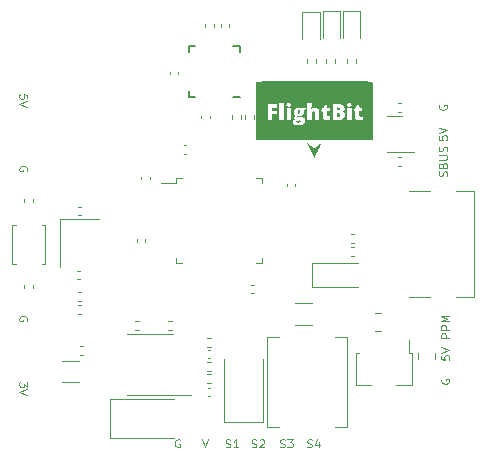
<source format=gbr>
%TF.GenerationSoftware,KiCad,Pcbnew,(6.0.0)*%
%TF.CreationDate,2022-08-29T11:56:51+07:00*%
%TF.ProjectId,FlightBit,466c6967-6874-4426-9974-2e6b69636164,rev?*%
%TF.SameCoordinates,Original*%
%TF.FileFunction,Legend,Top*%
%TF.FilePolarity,Positive*%
%FSLAX46Y46*%
G04 Gerber Fmt 4.6, Leading zero omitted, Abs format (unit mm)*
G04 Created by KiCad (PCBNEW (6.0.0)) date 2022-08-29 11:56:51*
%MOMM*%
%LPD*%
G01*
G04 APERTURE LIST*
%ADD10C,0.100000*%
%ADD11C,0.120000*%
%ADD12C,0.150000*%
G04 APERTURE END LIST*
D10*
X157116666Y-105133333D02*
X156416666Y-105133333D01*
X156416666Y-104866666D01*
X156450000Y-104800000D01*
X156483333Y-104766666D01*
X156550000Y-104733333D01*
X156650000Y-104733333D01*
X156716666Y-104766666D01*
X156750000Y-104800000D01*
X156783333Y-104866666D01*
X156783333Y-105133333D01*
X157116666Y-104433333D02*
X156416666Y-104433333D01*
X156416666Y-104166666D01*
X156450000Y-104100000D01*
X156483333Y-104066666D01*
X156550000Y-104033333D01*
X156650000Y-104033333D01*
X156716666Y-104066666D01*
X156750000Y-104100000D01*
X156783333Y-104166666D01*
X156783333Y-104433333D01*
X157116666Y-103733333D02*
X156416666Y-103733333D01*
X156916666Y-103500000D01*
X156416666Y-103266666D01*
X157116666Y-103266666D01*
X134283333Y-113750000D02*
X134216666Y-113716666D01*
X134116666Y-113716666D01*
X134016666Y-113750000D01*
X133950000Y-113816666D01*
X133916666Y-113883333D01*
X133883333Y-114016666D01*
X133883333Y-114116666D01*
X133916666Y-114250000D01*
X133950000Y-114316666D01*
X134016666Y-114383333D01*
X134116666Y-114416666D01*
X134183333Y-114416666D01*
X134283333Y-114383333D01*
X134316666Y-114350000D01*
X134316666Y-114116666D01*
X134183333Y-114116666D01*
X121350000Y-90983333D02*
X121383333Y-90916666D01*
X121383333Y-90816666D01*
X121350000Y-90716666D01*
X121283333Y-90650000D01*
X121216666Y-90616666D01*
X121083333Y-90583333D01*
X120983333Y-90583333D01*
X120850000Y-90616666D01*
X120783333Y-90650000D01*
X120716666Y-90716666D01*
X120683333Y-90816666D01*
X120683333Y-90883333D01*
X120716666Y-90983333D01*
X120750000Y-91016666D01*
X120983333Y-91016666D01*
X120983333Y-90883333D01*
X145066666Y-114383333D02*
X145166666Y-114416666D01*
X145333333Y-114416666D01*
X145400000Y-114383333D01*
X145433333Y-114350000D01*
X145466666Y-114283333D01*
X145466666Y-114216666D01*
X145433333Y-114150000D01*
X145400000Y-114116666D01*
X145333333Y-114083333D01*
X145200000Y-114050000D01*
X145133333Y-114016666D01*
X145100000Y-113983333D01*
X145066666Y-113916666D01*
X145066666Y-113850000D01*
X145100000Y-113783333D01*
X145133333Y-113750000D01*
X145200000Y-113716666D01*
X145366666Y-113716666D01*
X145466666Y-113750000D01*
X146066666Y-113950000D02*
X146066666Y-114416666D01*
X145900000Y-113683333D02*
X145733333Y-114183333D01*
X146166666Y-114183333D01*
X156216666Y-88033333D02*
X156216666Y-88366666D01*
X156550000Y-88400000D01*
X156516666Y-88366666D01*
X156483333Y-88300000D01*
X156483333Y-88133333D01*
X156516666Y-88066666D01*
X156550000Y-88033333D01*
X156616666Y-88000000D01*
X156783333Y-88000000D01*
X156850000Y-88033333D01*
X156883333Y-88066666D01*
X156916666Y-88133333D01*
X156916666Y-88300000D01*
X156883333Y-88366666D01*
X156850000Y-88400000D01*
X156216666Y-87800000D02*
X156916666Y-87566666D01*
X156216666Y-87333333D01*
X156450000Y-108616666D02*
X156416666Y-108683333D01*
X156416666Y-108783333D01*
X156450000Y-108883333D01*
X156516666Y-108950000D01*
X156583333Y-108983333D01*
X156716666Y-109016666D01*
X156816666Y-109016666D01*
X156950000Y-108983333D01*
X157016666Y-108950000D01*
X157083333Y-108883333D01*
X157116666Y-108783333D01*
X157116666Y-108716666D01*
X157083333Y-108616666D01*
X157050000Y-108583333D01*
X156816666Y-108583333D01*
X156816666Y-108716666D01*
X142766666Y-114383333D02*
X142866666Y-114416666D01*
X143033333Y-114416666D01*
X143100000Y-114383333D01*
X143133333Y-114350000D01*
X143166666Y-114283333D01*
X143166666Y-114216666D01*
X143133333Y-114150000D01*
X143100000Y-114116666D01*
X143033333Y-114083333D01*
X142900000Y-114050000D01*
X142833333Y-114016666D01*
X142800000Y-113983333D01*
X142766666Y-113916666D01*
X142766666Y-113850000D01*
X142800000Y-113783333D01*
X142833333Y-113750000D01*
X142900000Y-113716666D01*
X143066666Y-113716666D01*
X143166666Y-113750000D01*
X143400000Y-113716666D02*
X143833333Y-113716666D01*
X143600000Y-113983333D01*
X143700000Y-113983333D01*
X143766666Y-114016666D01*
X143800000Y-114050000D01*
X143833333Y-114116666D01*
X143833333Y-114283333D01*
X143800000Y-114350000D01*
X143766666Y-114383333D01*
X143700000Y-114416666D01*
X143500000Y-114416666D01*
X143433333Y-114383333D01*
X143400000Y-114350000D01*
X136166666Y-113716666D02*
X136400000Y-114416666D01*
X136633333Y-113716666D01*
X140366666Y-114383333D02*
X140466666Y-114416666D01*
X140633333Y-114416666D01*
X140700000Y-114383333D01*
X140733333Y-114350000D01*
X140766666Y-114283333D01*
X140766666Y-114216666D01*
X140733333Y-114150000D01*
X140700000Y-114116666D01*
X140633333Y-114083333D01*
X140500000Y-114050000D01*
X140433333Y-114016666D01*
X140400000Y-113983333D01*
X140366666Y-113916666D01*
X140366666Y-113850000D01*
X140400000Y-113783333D01*
X140433333Y-113750000D01*
X140500000Y-113716666D01*
X140666666Y-113716666D01*
X140766666Y-113750000D01*
X141033333Y-113783333D02*
X141066666Y-113750000D01*
X141133333Y-113716666D01*
X141300000Y-113716666D01*
X141366666Y-113750000D01*
X141400000Y-113783333D01*
X141433333Y-113850000D01*
X141433333Y-113916666D01*
X141400000Y-114016666D01*
X141000000Y-114416666D01*
X141433333Y-114416666D01*
X138166666Y-114383333D02*
X138266666Y-114416666D01*
X138433333Y-114416666D01*
X138500000Y-114383333D01*
X138533333Y-114350000D01*
X138566666Y-114283333D01*
X138566666Y-114216666D01*
X138533333Y-114150000D01*
X138500000Y-114116666D01*
X138433333Y-114083333D01*
X138300000Y-114050000D01*
X138233333Y-114016666D01*
X138200000Y-113983333D01*
X138166666Y-113916666D01*
X138166666Y-113850000D01*
X138200000Y-113783333D01*
X138233333Y-113750000D01*
X138300000Y-113716666D01*
X138466666Y-113716666D01*
X138566666Y-113750000D01*
X139233333Y-114416666D02*
X138833333Y-114416666D01*
X139033333Y-114416666D02*
X139033333Y-113716666D01*
X138966666Y-113816666D01*
X138900000Y-113883333D01*
X138833333Y-113916666D01*
X156416666Y-106633333D02*
X156416666Y-106966666D01*
X156750000Y-107000000D01*
X156716666Y-106966666D01*
X156683333Y-106900000D01*
X156683333Y-106733333D01*
X156716666Y-106666666D01*
X156750000Y-106633333D01*
X156816666Y-106600000D01*
X156983333Y-106600000D01*
X157050000Y-106633333D01*
X157083333Y-106666666D01*
X157116666Y-106733333D01*
X157116666Y-106900000D01*
X157083333Y-106966666D01*
X157050000Y-107000000D01*
X156416666Y-106400000D02*
X157116666Y-106166666D01*
X156416666Y-105933333D01*
X156883333Y-91450000D02*
X156916666Y-91350000D01*
X156916666Y-91183333D01*
X156883333Y-91116666D01*
X156850000Y-91083333D01*
X156783333Y-91050000D01*
X156716666Y-91050000D01*
X156650000Y-91083333D01*
X156616666Y-91116666D01*
X156583333Y-91183333D01*
X156550000Y-91316666D01*
X156516666Y-91383333D01*
X156483333Y-91416666D01*
X156416666Y-91450000D01*
X156350000Y-91450000D01*
X156283333Y-91416666D01*
X156250000Y-91383333D01*
X156216666Y-91316666D01*
X156216666Y-91150000D01*
X156250000Y-91050000D01*
X156550000Y-90516666D02*
X156583333Y-90416666D01*
X156616666Y-90383333D01*
X156683333Y-90350000D01*
X156783333Y-90350000D01*
X156850000Y-90383333D01*
X156883333Y-90416666D01*
X156916666Y-90483333D01*
X156916666Y-90750000D01*
X156216666Y-90750000D01*
X156216666Y-90516666D01*
X156250000Y-90450000D01*
X156283333Y-90416666D01*
X156350000Y-90383333D01*
X156416666Y-90383333D01*
X156483333Y-90416666D01*
X156516666Y-90450000D01*
X156550000Y-90516666D01*
X156550000Y-90750000D01*
X156216666Y-90050000D02*
X156783333Y-90050000D01*
X156850000Y-90016666D01*
X156883333Y-89983333D01*
X156916666Y-89916666D01*
X156916666Y-89783333D01*
X156883333Y-89716666D01*
X156850000Y-89683333D01*
X156783333Y-89650000D01*
X156216666Y-89650000D01*
X156883333Y-89350000D02*
X156916666Y-89250000D01*
X156916666Y-89083333D01*
X156883333Y-89016666D01*
X156850000Y-88983333D01*
X156783333Y-88950000D01*
X156716666Y-88950000D01*
X156650000Y-88983333D01*
X156616666Y-89016666D01*
X156583333Y-89083333D01*
X156550000Y-89216666D01*
X156516666Y-89283333D01*
X156483333Y-89316666D01*
X156416666Y-89350000D01*
X156350000Y-89350000D01*
X156283333Y-89316666D01*
X156250000Y-89283333D01*
X156216666Y-89216666D01*
X156216666Y-89050000D01*
X156250000Y-88950000D01*
X156250000Y-85416666D02*
X156216666Y-85483333D01*
X156216666Y-85583333D01*
X156250000Y-85683333D01*
X156316666Y-85750000D01*
X156383333Y-85783333D01*
X156516666Y-85816666D01*
X156616666Y-85816666D01*
X156750000Y-85783333D01*
X156816666Y-85750000D01*
X156883333Y-85683333D01*
X156916666Y-85583333D01*
X156916666Y-85516666D01*
X156883333Y-85416666D01*
X156850000Y-85383333D01*
X156616666Y-85383333D01*
X156616666Y-85516666D01*
X121383333Y-84866666D02*
X121383333Y-84533333D01*
X121050000Y-84500000D01*
X121083333Y-84533333D01*
X121116666Y-84600000D01*
X121116666Y-84766666D01*
X121083333Y-84833333D01*
X121050000Y-84866666D01*
X120983333Y-84900000D01*
X120816666Y-84900000D01*
X120750000Y-84866666D01*
X120716666Y-84833333D01*
X120683333Y-84766666D01*
X120683333Y-84600000D01*
X120716666Y-84533333D01*
X120750000Y-84500000D01*
X121383333Y-85100000D02*
X120683333Y-85333333D01*
X121383333Y-85566666D01*
X121383333Y-108866666D02*
X121383333Y-109300000D01*
X121116666Y-109066666D01*
X121116666Y-109166666D01*
X121083333Y-109233333D01*
X121050000Y-109266666D01*
X120983333Y-109300000D01*
X120816666Y-109300000D01*
X120750000Y-109266666D01*
X120716666Y-109233333D01*
X120683333Y-109166666D01*
X120683333Y-108966666D01*
X120716666Y-108900000D01*
X120750000Y-108866666D01*
X121383333Y-109500000D02*
X120683333Y-109733333D01*
X121383333Y-109966666D01*
X121350000Y-103683333D02*
X121383333Y-103616666D01*
X121383333Y-103516666D01*
X121350000Y-103416666D01*
X121283333Y-103350000D01*
X121216666Y-103316666D01*
X121083333Y-103283333D01*
X120983333Y-103283333D01*
X120850000Y-103316666D01*
X120783333Y-103350000D01*
X120716666Y-103416666D01*
X120683333Y-103516666D01*
X120683333Y-103583333D01*
X120716666Y-103683333D01*
X120750000Y-103716666D01*
X120983333Y-103716666D01*
X120983333Y-103583333D01*
D11*
%TO.C,SW1*%
X122900000Y-98850000D02*
X122600000Y-98850000D01*
X122600000Y-95550000D02*
X122900000Y-95550000D01*
X122900000Y-95550000D02*
X122900000Y-98850000D01*
X120100000Y-98850000D02*
X120400000Y-98850000D01*
X120400000Y-95550000D02*
X120100000Y-95550000D01*
X120100000Y-95550000D02*
X120100000Y-98850000D01*
%TO.C,C3*%
X140527836Y-100640000D02*
X140312164Y-100640000D01*
X140527836Y-101360000D02*
X140312164Y-101360000D01*
%TO.C,D3*%
X146135000Y-79800000D02*
X146135000Y-77515000D01*
X146135000Y-77515000D02*
X144665000Y-77515000D01*
X144665000Y-77515000D02*
X144665000Y-79800000D01*
%TO.C,C4*%
X143340000Y-92092164D02*
X143340000Y-92307836D01*
X144060000Y-92092164D02*
X144060000Y-92307836D01*
%TO.C,R16*%
X146690000Y-81546359D02*
X146690000Y-81853641D01*
X147450000Y-81546359D02*
X147450000Y-81853641D01*
%TO.C,J2*%
X159165000Y-101670000D02*
X157705000Y-101670000D01*
X159165000Y-92730000D02*
X159165000Y-101670000D01*
X153655000Y-92730000D02*
X155455000Y-92730000D01*
X153655000Y-101670000D02*
X155455000Y-101670000D01*
X159165000Y-92730000D02*
X157705000Y-92730000D01*
%TO.C,G\u002A\u002A\u002A*%
G36*
X146286264Y-88620775D02*
G01*
X146283432Y-88626703D01*
X146280510Y-88632671D01*
X146273946Y-88646197D01*
X146263958Y-88666833D01*
X146250760Y-88694129D01*
X146234572Y-88727636D01*
X146215608Y-88766906D01*
X146194087Y-88811489D01*
X146170224Y-88860937D01*
X146144237Y-88914799D01*
X146116341Y-88972627D01*
X146086755Y-89033972D01*
X146055695Y-89098385D01*
X146023377Y-89165417D01*
X145990018Y-89234618D01*
X145977784Y-89260000D01*
X145944224Y-89329608D01*
X145911694Y-89397043D01*
X145880404Y-89461870D01*
X145850565Y-89523653D01*
X145822390Y-89581956D01*
X145796087Y-89636344D01*
X145771869Y-89686381D01*
X145749947Y-89731631D01*
X145730531Y-89771659D01*
X145713833Y-89806029D01*
X145700063Y-89834305D01*
X145689432Y-89856052D01*
X145682152Y-89870834D01*
X145678433Y-89878216D01*
X145677991Y-89878998D01*
X145675751Y-89875452D01*
X145669869Y-89864319D01*
X145660553Y-89846022D01*
X145648011Y-89820987D01*
X145632452Y-89789638D01*
X145614083Y-89752400D01*
X145593112Y-89709696D01*
X145569747Y-89661953D01*
X145544196Y-89609593D01*
X145516667Y-89553042D01*
X145487367Y-89492725D01*
X145456505Y-89429065D01*
X145424288Y-89362488D01*
X145390924Y-89293417D01*
X145371106Y-89252331D01*
X145337152Y-89181905D01*
X145304242Y-89113648D01*
X145272585Y-89047990D01*
X145242387Y-88985362D01*
X145213857Y-88926195D01*
X145187201Y-88870917D01*
X145162627Y-88819961D01*
X145140344Y-88773755D01*
X145120557Y-88732730D01*
X145103475Y-88697316D01*
X145089306Y-88667945D01*
X145078256Y-88645045D01*
X145070533Y-88629047D01*
X145066345Y-88620381D01*
X145065620Y-88618888D01*
X145065940Y-88615594D01*
X145066278Y-88615555D01*
X145070027Y-88618262D01*
X145080216Y-88626115D01*
X145096338Y-88638715D01*
X145117886Y-88655660D01*
X145144355Y-88676551D01*
X145175237Y-88700986D01*
X145210027Y-88728565D01*
X145248218Y-88758887D01*
X145289304Y-88791553D01*
X145332778Y-88826161D01*
X145367651Y-88853951D01*
X145412708Y-88889873D01*
X145455816Y-88924239D01*
X145496463Y-88956641D01*
X145534136Y-88986671D01*
X145568323Y-89013920D01*
X145598511Y-89037980D01*
X145624188Y-89058442D01*
X145644841Y-89074898D01*
X145659957Y-89086939D01*
X145669025Y-89094156D01*
X145671554Y-89096164D01*
X145675944Y-89094131D01*
X145687060Y-89086591D01*
X145704749Y-89073664D01*
X145728855Y-89055468D01*
X145759225Y-89032123D01*
X145795702Y-89003748D01*
X145838134Y-88970462D01*
X145886365Y-88932386D01*
X145940240Y-88889638D01*
X145978221Y-88859396D01*
X146023525Y-88823279D01*
X146066909Y-88788693D01*
X146107857Y-88756049D01*
X146145859Y-88725755D01*
X146180399Y-88698219D01*
X146210967Y-88673852D01*
X146237047Y-88653061D01*
X146258129Y-88636257D01*
X146273697Y-88623847D01*
X146283240Y-88616241D01*
X146286194Y-88613888D01*
X146288541Y-88613829D01*
X146286264Y-88620775D01*
G37*
%TO.C,C17*%
X155885000Y-106911252D02*
X155885000Y-106388748D01*
X154415000Y-106911252D02*
X154415000Y-106388748D01*
%TO.C,Q1*%
X152440000Y-89440000D02*
X151790000Y-89440000D01*
X152440000Y-89440000D02*
X154115000Y-89440000D01*
X152440000Y-86320000D02*
X153090000Y-86320000D01*
X152440000Y-86320000D02*
X151790000Y-86320000D01*
%TO.C,D5*%
X149535000Y-77502500D02*
X148065000Y-77502500D01*
X148065000Y-77502500D02*
X148065000Y-79787500D01*
X149535000Y-79787500D02*
X149535000Y-77502500D01*
%TO.C,R6*%
X153033641Y-85980000D02*
X152726359Y-85980000D01*
X153033641Y-85220000D02*
X152726359Y-85220000D01*
%TO.C,R14*%
X130496359Y-103720000D02*
X130803641Y-103720000D01*
X130496359Y-104480000D02*
X130803641Y-104480000D01*
%TO.C,R9*%
X136596359Y-107980000D02*
X136903641Y-107980000D01*
X136596359Y-107220000D02*
X136903641Y-107220000D01*
%TO.C,G\u002A\u002A\u002A*%
G36*
X140699596Y-86691101D02*
G01*
X141716241Y-86691101D01*
X142083538Y-86691101D01*
X142705117Y-86691101D01*
X143072414Y-86691101D01*
X143326697Y-86691101D01*
X143693994Y-86691101D01*
X143693994Y-85645717D01*
X143326697Y-85645717D01*
X143326697Y-86691101D01*
X143072414Y-86691101D01*
X143072414Y-85413310D01*
X143315311Y-85413310D01*
X143348142Y-85488638D01*
X143412949Y-85539963D01*
X143497805Y-85559640D01*
X143590784Y-85540025D01*
X143631200Y-85516974D01*
X143684506Y-85447318D01*
X143693994Y-85391435D01*
X143670618Y-85310359D01*
X143610963Y-85253580D01*
X143530739Y-85224081D01*
X143445655Y-85224845D01*
X143371422Y-85258855D01*
X143326385Y-85321622D01*
X143315311Y-85413310D01*
X143072414Y-85413310D01*
X143072414Y-85250166D01*
X142705117Y-85250166D01*
X142705117Y-86691101D01*
X142083538Y-86691101D01*
X142083538Y-86182536D01*
X142479088Y-86182536D01*
X142479088Y-85900000D01*
X142083538Y-85900000D01*
X142083538Y-85645717D01*
X142507342Y-85645717D01*
X142507342Y-85334927D01*
X141716241Y-85334927D01*
X141716241Y-86691101D01*
X140699596Y-86691101D01*
X140699263Y-86410773D01*
X140699113Y-85998604D01*
X140699111Y-85930986D01*
X140699330Y-85487472D01*
X140700016Y-85097769D01*
X140701205Y-84759179D01*
X140702937Y-84469007D01*
X140705250Y-84224556D01*
X140708182Y-84023132D01*
X140711773Y-83862037D01*
X140716060Y-83738576D01*
X140721082Y-83650053D01*
X140726878Y-83593773D01*
X140732865Y-83568287D01*
X140740651Y-83548739D01*
X140747062Y-83530906D01*
X140754606Y-83514711D01*
X140765791Y-83500074D01*
X140783123Y-83486917D01*
X140809111Y-83475162D01*
X140846262Y-83464730D01*
X140897083Y-83455542D01*
X140964084Y-83447520D01*
X141049770Y-83440585D01*
X141156650Y-83434659D01*
X141287231Y-83429664D01*
X141444021Y-83425520D01*
X141629528Y-83422149D01*
X141846258Y-83419473D01*
X142096721Y-83417412D01*
X142383423Y-83415890D01*
X142708872Y-83414826D01*
X143075576Y-83414142D01*
X143486042Y-83413761D01*
X143942777Y-83413603D01*
X144448291Y-83413590D01*
X145005089Y-83413642D01*
X145615680Y-83413682D01*
X145668504Y-83413682D01*
X146366940Y-83413843D01*
X147009270Y-83414330D01*
X147595897Y-83415143D01*
X148127220Y-83416287D01*
X148603643Y-83417763D01*
X149025564Y-83419573D01*
X149393387Y-83421721D01*
X149707512Y-83424208D01*
X149968340Y-83427036D01*
X150176272Y-83430210D01*
X150331710Y-83433730D01*
X150435055Y-83437600D01*
X150486708Y-83441821D01*
X150491910Y-83443046D01*
X150518347Y-83452433D01*
X150541502Y-83461577D01*
X150561594Y-83474062D01*
X150578841Y-83493473D01*
X150593461Y-83523394D01*
X150605672Y-83567408D01*
X150615694Y-83629101D01*
X150623744Y-83712056D01*
X150630041Y-83819857D01*
X150634803Y-83956089D01*
X150638249Y-84124336D01*
X150640598Y-84328182D01*
X150642066Y-84571211D01*
X150642874Y-84857008D01*
X150643240Y-85189156D01*
X150643381Y-85571240D01*
X150643484Y-85930392D01*
X150644383Y-88291707D01*
X150578991Y-88353139D01*
X150513600Y-88414571D01*
X145684053Y-88412341D01*
X145165610Y-88412018D01*
X144662246Y-88411542D01*
X144176882Y-88410923D01*
X143712442Y-88410170D01*
X143271847Y-88409293D01*
X142858018Y-88408303D01*
X142473879Y-88407210D01*
X142122349Y-88406023D01*
X141806353Y-88404753D01*
X141528811Y-88403409D01*
X141292645Y-88402002D01*
X141100778Y-88400542D01*
X140956131Y-88399038D01*
X140861626Y-88397502D01*
X140820186Y-88395941D01*
X140818594Y-88395661D01*
X140781188Y-88362004D01*
X140741275Y-88301137D01*
X140740896Y-88300407D01*
X140733224Y-88279372D01*
X140726526Y-88245512D01*
X140720741Y-88195233D01*
X140715805Y-88124941D01*
X140711654Y-88031041D01*
X140708225Y-87909938D01*
X140705454Y-87758038D01*
X140703279Y-87571747D01*
X140701636Y-87347469D01*
X140700461Y-87081611D01*
X140699965Y-86881157D01*
X143833285Y-86881157D01*
X143868918Y-86977988D01*
X143945982Y-87062604D01*
X144033052Y-87113072D01*
X144121669Y-87132870D01*
X144245935Y-87138689D01*
X144387123Y-87131922D01*
X144526507Y-87113962D01*
X144645358Y-87086204D01*
X144703478Y-87063181D01*
X144820747Y-86975427D01*
X144889325Y-86859206D01*
X144908899Y-86733027D01*
X144904746Y-86691101D01*
X145078421Y-86691101D01*
X145445718Y-86691101D01*
X145445718Y-86372471D01*
X145449630Y-86199029D01*
X145462970Y-86074808D01*
X145488142Y-85992960D01*
X145527553Y-85946637D01*
X145583605Y-85928990D01*
X145601721Y-85928253D01*
X145651019Y-85937503D01*
X145686125Y-85970189D01*
X145709187Y-86033713D01*
X145722353Y-86135481D01*
X145727771Y-86282895D01*
X145728254Y-86364327D01*
X145728254Y-86691101D01*
X146095551Y-86691101D01*
X146095551Y-86308770D01*
X146092502Y-86113242D01*
X146081893Y-85965210D01*
X146061528Y-85855919D01*
X146050869Y-85829760D01*
X146262949Y-85829760D01*
X146266376Y-85888433D01*
X146298749Y-85924196D01*
X146321580Y-85928253D01*
X146347574Y-85932235D01*
X146364124Y-85951082D01*
X146373368Y-85995145D01*
X146377447Y-86074776D01*
X146378498Y-86200326D01*
X146378504Y-86203726D01*
X146382767Y-86365914D01*
X146397587Y-86482713D01*
X146426864Y-86564850D01*
X146474498Y-86623051D01*
X146544389Y-86668040D01*
X146548002Y-86669867D01*
X146677689Y-86712389D01*
X146820082Y-86711608D01*
X146915085Y-86691101D01*
X147225696Y-86691101D01*
X147571802Y-86690480D01*
X147732720Y-86688377D01*
X147850117Y-86681733D01*
X147936898Y-86669043D01*
X148005969Y-86648801D01*
X148035784Y-86636341D01*
X148153359Y-86561932D01*
X148223761Y-86462746D01*
X148252412Y-86330108D01*
X148253693Y-86287577D01*
X148249236Y-86196977D01*
X148227998Y-86136613D01*
X148178178Y-86080432D01*
X148147539Y-86053240D01*
X148086972Y-85998230D01*
X148065723Y-85967603D01*
X148078835Y-85950631D01*
X148096999Y-85943827D01*
X148145900Y-85905769D01*
X148194841Y-85834589D01*
X148231212Y-85752237D01*
X148242826Y-85689984D01*
X148232307Y-85633379D01*
X148206706Y-85557573D01*
X148203921Y-85550791D01*
X148162104Y-85479744D01*
X148099023Y-85426366D01*
X148067673Y-85413310D01*
X148457469Y-85413310D01*
X148490300Y-85488638D01*
X148555107Y-85539963D01*
X148639963Y-85559640D01*
X148732942Y-85540025D01*
X148773358Y-85516974D01*
X148826664Y-85447318D01*
X148836152Y-85391435D01*
X148812776Y-85310359D01*
X148753121Y-85253580D01*
X148672897Y-85224081D01*
X148587813Y-85224845D01*
X148513580Y-85258855D01*
X148468542Y-85321622D01*
X148457469Y-85413310D01*
X148067673Y-85413310D01*
X148007020Y-85388050D01*
X147878438Y-85362190D01*
X147705616Y-85346181D01*
X147585929Y-85340521D01*
X147225696Y-85327427D01*
X147225696Y-86691101D01*
X148468855Y-86691101D01*
X148836152Y-86691101D01*
X148836152Y-85833881D01*
X149004545Y-85833881D01*
X149006417Y-85891319D01*
X149039885Y-85924902D01*
X149062181Y-85928253D01*
X149089373Y-85932693D01*
X149106244Y-85953274D01*
X149115354Y-86000889D01*
X149119264Y-86086430D01*
X149120283Y-86175472D01*
X149126930Y-86351609D01*
X149146314Y-86481132D01*
X149181512Y-86573105D01*
X149235603Y-86636591D01*
X149288209Y-86669867D01*
X149418225Y-86712388D01*
X149560686Y-86711607D01*
X149662570Y-86689615D01*
X149726684Y-86668558D01*
X149757728Y-86640107D01*
X149767683Y-86585823D01*
X149768521Y-86526568D01*
X149768521Y-86392945D01*
X149652143Y-86404043D01*
X149577380Y-86406016D01*
X149529136Y-86388557D01*
X149501700Y-86342331D01*
X149489360Y-86258001D01*
X149486417Y-86133092D01*
X149485985Y-85928253D01*
X149740267Y-85928253D01*
X149740267Y-85645717D01*
X149613126Y-85645717D01*
X149535005Y-85643606D01*
X149498012Y-85629299D01*
X149486769Y-85590835D01*
X149485985Y-85546829D01*
X149483009Y-85485085D01*
X149463597Y-85456537D01*
X149412018Y-85448378D01*
X149364519Y-85447942D01*
X149286427Y-85451971D01*
X149243849Y-85472859D01*
X149215910Y-85523805D01*
X149207046Y-85547520D01*
X149158835Y-85633751D01*
X149091568Y-85705800D01*
X149088356Y-85708229D01*
X149032460Y-85767786D01*
X149004545Y-85833881D01*
X148836152Y-85833881D01*
X148836152Y-85645717D01*
X148468855Y-85645717D01*
X148468855Y-86691101D01*
X147225696Y-86691101D01*
X146915085Y-86691101D01*
X146921969Y-86689615D01*
X146985898Y-86668663D01*
X147016974Y-86640408D01*
X147027038Y-86586514D01*
X147027920Y-86525539D01*
X147027920Y-86390887D01*
X146893716Y-86392662D01*
X146759511Y-86394438D01*
X146751305Y-86161346D01*
X146743099Y-85928253D01*
X146999667Y-85928253D01*
X146999667Y-85645717D01*
X146872525Y-85645717D01*
X146794404Y-85643606D01*
X146757411Y-85629299D01*
X146746168Y-85590835D01*
X146745384Y-85546829D01*
X146742532Y-85485544D01*
X146723599Y-85456888D01*
X146673020Y-85448455D01*
X146621311Y-85447942D01*
X146542218Y-85451756D01*
X146498028Y-85472489D01*
X146467214Y-85524077D01*
X146453861Y-85556349D01*
X146407621Y-85638999D01*
X146349095Y-85704089D01*
X146337779Y-85712395D01*
X146287180Y-85765355D01*
X146262949Y-85829760D01*
X146050869Y-85829760D01*
X146029214Y-85776613D01*
X145982756Y-85718536D01*
X145939183Y-85684862D01*
X145836783Y-85645030D01*
X145712950Y-85634658D01*
X145592266Y-85653310D01*
X145509451Y-85692446D01*
X145431591Y-85750042D01*
X145441466Y-85500104D01*
X145448288Y-85327427D01*
X145451340Y-85250166D01*
X145078421Y-85250166D01*
X145078421Y-86691101D01*
X144904746Y-86691101D01*
X144898287Y-86625902D01*
X144861702Y-86548089D01*
X144792021Y-86494602D01*
X144682121Y-86460457D01*
X144524878Y-86440668D01*
X144487332Y-86438008D01*
X144353561Y-86425213D01*
X144269000Y-86407561D01*
X144237759Y-86387374D01*
X144249248Y-86365090D01*
X144306515Y-86354008D01*
X144372519Y-86352057D01*
X144540573Y-86332747D01*
X144669844Y-86276322D01*
X144757563Y-86185041D01*
X144800959Y-86061164D01*
X144805303Y-85999049D01*
X144811063Y-85916430D01*
X144833881Y-85870418D01*
X144871228Y-85846488D01*
X144924365Y-85799741D01*
X144937153Y-85735025D01*
X144937153Y-85653599D01*
X144607703Y-85639060D01*
X144423625Y-85634094D01*
X144284467Y-85638916D01*
X144179216Y-85655283D01*
X144096860Y-85684948D01*
X144026385Y-85729666D01*
X144023153Y-85732188D01*
X143949416Y-85823154D01*
X143913050Y-85939134D01*
X143915161Y-86061981D01*
X143956850Y-86173550D01*
X143993476Y-86220030D01*
X144037259Y-86267290D01*
X144043006Y-86296811D01*
X144012779Y-86330672D01*
X144004507Y-86338181D01*
X143955386Y-86415703D01*
X143958929Y-86506265D01*
X143992259Y-86571800D01*
X144017911Y-86619159D01*
X144003549Y-86634536D01*
X144001143Y-86634594D01*
X143957306Y-86652542D01*
X143900969Y-86695729D01*
X143900653Y-86696026D01*
X143842668Y-86783404D01*
X143833285Y-86881157D01*
X140699965Y-86881157D01*
X140699691Y-86770577D01*
X140699596Y-86691101D01*
G37*
G36*
X144426122Y-85868125D02*
G01*
X144439692Y-85888184D01*
X144457817Y-85979854D01*
X144447023Y-86065569D01*
X144412288Y-86129115D01*
X144358594Y-86154279D01*
X144357954Y-86154282D01*
X144312351Y-86136162D01*
X144292970Y-86120378D01*
X144266806Y-86062941D01*
X144259708Y-85978856D01*
X144273640Y-85895329D01*
X144276216Y-85888184D01*
X144315059Y-85852474D01*
X144374368Y-85845788D01*
X144426122Y-85868125D01*
G37*
G36*
X147710079Y-86134293D02*
G01*
X147806909Y-86158595D01*
X147858580Y-86204724D01*
X147875015Y-86281891D01*
X147875096Y-86287493D01*
X147850264Y-86353017D01*
X147779813Y-86394928D01*
X147679611Y-86408565D01*
X147628823Y-86405757D01*
X147603191Y-86387737D01*
X147594115Y-86340109D01*
X147592993Y-86263576D01*
X147592993Y-86118588D01*
X147710079Y-86134293D01*
G37*
G36*
X144427446Y-86731298D02*
G01*
X144534230Y-86753449D01*
X144586243Y-86784559D01*
X144584656Y-86825599D01*
X144566939Y-86847394D01*
X144507660Y-86878446D01*
X144415982Y-86899450D01*
X144315524Y-86907800D01*
X144229902Y-86900894D01*
X144195495Y-86888355D01*
X144149678Y-86842355D01*
X144152189Y-86797743D01*
X144194996Y-86759956D01*
X144270064Y-86734436D01*
X144369361Y-86726620D01*
X144427446Y-86731298D01*
G37*
G36*
X147749380Y-85633484D02*
G01*
X147819816Y-85676659D01*
X147847238Y-85739656D01*
X147847275Y-85742238D01*
X147842801Y-85794246D01*
X147820113Y-85824733D01*
X147765312Y-85844551D01*
X147698728Y-85858199D01*
X147592993Y-85878035D01*
X147592993Y-85747749D01*
X147596647Y-85666848D01*
X147611549Y-85628129D01*
X147643600Y-85617520D01*
X147647661Y-85617463D01*
X147749380Y-85633484D01*
G37*
%TO.C,R10*%
X136903641Y-108980000D02*
X136596359Y-108980000D01*
X136903641Y-108220000D02*
X136596359Y-108220000D01*
%TO.C,R2*%
X121880000Y-100953641D02*
X121880000Y-100646359D01*
X121120000Y-100953641D02*
X121120000Y-100646359D01*
%TO.C,C8*%
X137740000Y-78592164D02*
X137740000Y-78807836D01*
X138460000Y-78592164D02*
X138460000Y-78807836D01*
%TO.C,C11*%
X136810000Y-86322164D02*
X136810000Y-86537836D01*
X136090000Y-86322164D02*
X136090000Y-86537836D01*
%TO.C,C14*%
X136857836Y-110060000D02*
X136642164Y-110060000D01*
X136857836Y-109340000D02*
X136642164Y-109340000D01*
%TO.C,D4*%
X147835000Y-79787500D02*
X147835000Y-77502500D01*
X147835000Y-77502500D02*
X146365000Y-77502500D01*
X146365000Y-77502500D02*
X146365000Y-79787500D01*
%TO.C,R11*%
X125796359Y-106580000D02*
X126103641Y-106580000D01*
X125796359Y-105820000D02*
X126103641Y-105820000D01*
%TO.C,R4*%
X139430000Y-86593641D02*
X139430000Y-86286359D01*
X138670000Y-86593641D02*
X138670000Y-86286359D01*
%TO.C,R19*%
X125646359Y-101220000D02*
X125953641Y-101220000D01*
X125646359Y-101980000D02*
X125953641Y-101980000D01*
%TO.C,R18*%
X125943641Y-103080000D02*
X125636359Y-103080000D01*
X125943641Y-102320000D02*
X125636359Y-102320000D01*
%TO.C,C10*%
X134160000Y-82592164D02*
X134160000Y-82807836D01*
X133440000Y-82592164D02*
X133440000Y-82807836D01*
%TO.C,C12*%
X125761252Y-107090000D02*
X124338748Y-107090000D01*
X125761252Y-108910000D02*
X124338748Y-108910000D01*
%TO.C,C9*%
X137160000Y-78807836D02*
X137160000Y-78592164D01*
X136440000Y-78807836D02*
X136440000Y-78592164D01*
%TO.C,R5*%
X152736359Y-89820000D02*
X153043641Y-89820000D01*
X152736359Y-90580000D02*
X153043641Y-90580000D01*
%TO.C,C7*%
X125612164Y-99440000D02*
X125827836Y-99440000D01*
X125612164Y-100160000D02*
X125827836Y-100160000D01*
%TO.C,R8*%
X149053641Y-97420000D02*
X148746359Y-97420000D01*
X149053641Y-98180000D02*
X148746359Y-98180000D01*
%TO.C,D6*%
X145450000Y-98800000D02*
X145450000Y-100800000D01*
X145450000Y-98800000D02*
X149350000Y-98800000D01*
X145450000Y-100800000D02*
X149350000Y-100800000D01*
%TO.C,Y1*%
X127470000Y-95100000D02*
X124170000Y-95100000D01*
X124170000Y-95100000D02*
X124170000Y-99100000D01*
%TO.C,C13*%
X136847836Y-106140000D02*
X136632164Y-106140000D01*
X136847836Y-106860000D02*
X136632164Y-106860000D01*
%TO.C,R7*%
X149053641Y-97080000D02*
X148746359Y-97080000D01*
X149053641Y-96320000D02*
X148746359Y-96320000D01*
%TO.C,U4*%
X153680000Y-105300000D02*
X153680000Y-106440000D01*
X149190000Y-109160000D02*
X149190000Y-106440000D01*
X149190000Y-106440000D02*
X149420000Y-106440000D01*
X150500000Y-109160000D02*
X149190000Y-109160000D01*
X153910000Y-106440000D02*
X153910000Y-109160000D01*
X153910000Y-106440000D02*
X153680000Y-106440000D01*
X153910000Y-109160000D02*
X152600000Y-109160000D01*
%TO.C,C16*%
X150788748Y-104535000D02*
X151311252Y-104535000D01*
X150788748Y-103065000D02*
X151311252Y-103065000D01*
%TO.C,R3*%
X140530000Y-86603641D02*
X140530000Y-86296359D01*
X139770000Y-86603641D02*
X139770000Y-86296359D01*
%TO.C,R15*%
X145780000Y-81546359D02*
X145780000Y-81853641D01*
X145020000Y-81546359D02*
X145020000Y-81853641D01*
%TO.C,C5*%
X131040000Y-91727836D02*
X131040000Y-91512164D01*
X131760000Y-91727836D02*
X131760000Y-91512164D01*
%TO.C,R17*%
X148420000Y-81546359D02*
X148420000Y-81853641D01*
X149180000Y-81546359D02*
X149180000Y-81853641D01*
%TO.C,C6*%
X125907836Y-94760000D02*
X125692164Y-94760000D01*
X125907836Y-94040000D02*
X125692164Y-94040000D01*
%TO.C,D1*%
X128350000Y-113650000D02*
X133750000Y-113650000D01*
X128350000Y-110350000D02*
X133750000Y-110350000D01*
X128350000Y-110350000D02*
X128350000Y-113650000D01*
%TO.C,C15*%
X145461252Y-102190000D02*
X144038748Y-102190000D01*
X145461252Y-104010000D02*
X144038748Y-104010000D01*
%TO.C,C2*%
X134612164Y-89560000D02*
X134827836Y-89560000D01*
X134612164Y-88840000D02*
X134827836Y-88840000D01*
%TO.C,D2*%
X141300000Y-112300000D02*
X141300000Y-106900000D01*
X138000000Y-112300000D02*
X141300000Y-112300000D01*
X138000000Y-112300000D02*
X138000000Y-106900000D01*
%TO.C,U3*%
X131750000Y-104840000D02*
X133700000Y-104840000D01*
X131750000Y-109960000D02*
X129800000Y-109960000D01*
X131750000Y-109960000D02*
X135200000Y-109960000D01*
X131750000Y-104840000D02*
X129800000Y-104840000D01*
%TO.C,R1*%
X121880000Y-93346359D02*
X121880000Y-93653641D01*
X121120000Y-93346359D02*
X121120000Y-93653641D01*
%TO.C,U1*%
X141210000Y-98810000D02*
X141210000Y-98360000D01*
X133990000Y-91590000D02*
X133990000Y-92040000D01*
X133990000Y-92040000D02*
X132700000Y-92040000D01*
X141210000Y-91590000D02*
X141210000Y-92040000D01*
X140760000Y-98810000D02*
X141210000Y-98810000D01*
X134440000Y-98810000D02*
X133990000Y-98810000D01*
X140760000Y-91590000D02*
X141210000Y-91590000D01*
X133990000Y-98810000D02*
X133990000Y-98360000D01*
X134440000Y-91590000D02*
X133990000Y-91590000D01*
D12*
%TO.C,U2*%
X139350000Y-80450000D02*
X138825000Y-80450000D01*
X135050000Y-80450000D02*
X135575000Y-80450000D01*
X135050000Y-80450000D02*
X135050000Y-80975000D01*
X139350000Y-84750000D02*
X138825000Y-84750000D01*
X139350000Y-80450000D02*
X139350000Y-80975000D01*
X135050000Y-84750000D02*
X135575000Y-84750000D01*
X135050000Y-84750000D02*
X135050000Y-84225000D01*
D11*
%TO.C,R12*%
X136596359Y-105120000D02*
X136903641Y-105120000D01*
X136596359Y-105880000D02*
X136903641Y-105880000D01*
%TO.C,R13*%
X133306359Y-103720000D02*
X133613641Y-103720000D01*
X133306359Y-104480000D02*
X133613641Y-104480000D01*
%TO.C,L1*%
X148450000Y-112700000D02*
X148450000Y-105100000D01*
X141750000Y-112700000D02*
X142650000Y-112700000D01*
X147450000Y-112700000D02*
X148350000Y-112700000D01*
X142650000Y-105100000D02*
X141750000Y-105100000D01*
X141650000Y-105100000D02*
X141650000Y-112700000D01*
X148350000Y-105100000D02*
X147450000Y-105100000D01*
%TO.C,C1*%
X130640000Y-97007836D02*
X130640000Y-96792164D01*
X131360000Y-97007836D02*
X131360000Y-96792164D01*
%TD*%
M02*

</source>
